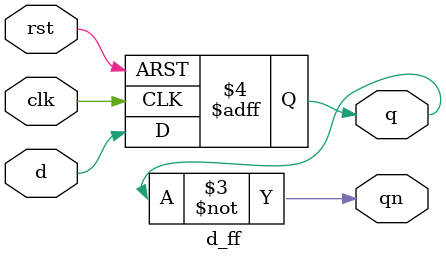
<source format=v>
/*

Delay on Clock High

d   q   qn  Comments
--------------------
0   0   1   No Change
1   1   1   Delay

*/

module d_ff (
    input clk, rst, d,
    output reg q,
    output qn
);
    
    always @(posedge clk or negedge rst) begin
        if (!rst) begin
            q <= 0;
        end
        else begin
            q <= d;
        end
    end

    assign qn = ~q;

endmodule
</source>
